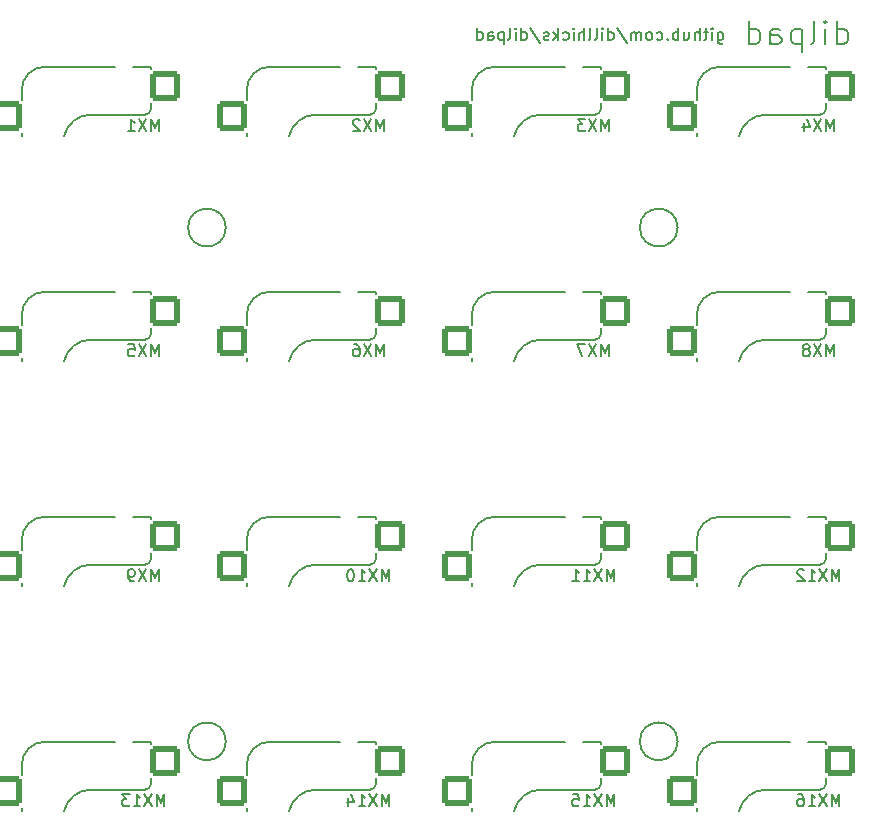
<source format=gbo>
G04 #@! TF.GenerationSoftware,KiCad,Pcbnew,7.0.10*
G04 #@! TF.CreationDate,2024-01-29T23:22:10-08:00*
G04 #@! TF.ProjectId,dilpad,64696c70-6164-42e6-9b69-6361645f7063,rev?*
G04 #@! TF.SameCoordinates,Original*
G04 #@! TF.FileFunction,Legend,Bot*
G04 #@! TF.FilePolarity,Positive*
%FSLAX46Y46*%
G04 Gerber Fmt 4.6, Leading zero omitted, Abs format (unit mm)*
G04 Created by KiCad (PCBNEW 7.0.10) date 2024-01-29 23:22:10*
%MOMM*%
%LPD*%
G01*
G04 APERTURE LIST*
G04 Aperture macros list*
%AMRoundRect*
0 Rectangle with rounded corners*
0 $1 Rounding radius*
0 $2 $3 $4 $5 $6 $7 $8 $9 X,Y pos of 4 corners*
0 Add a 4 corners polygon primitive as box body*
4,1,4,$2,$3,$4,$5,$6,$7,$8,$9,$2,$3,0*
0 Add four circle primitives for the rounded corners*
1,1,$1+$1,$2,$3*
1,1,$1+$1,$4,$5*
1,1,$1+$1,$6,$7*
1,1,$1+$1,$8,$9*
0 Add four rect primitives between the rounded corners*
20,1,$1+$1,$2,$3,$4,$5,0*
20,1,$1+$1,$4,$5,$6,$7,0*
20,1,$1+$1,$6,$7,$8,$9,0*
20,1,$1+$1,$8,$9,$2,$3,0*%
G04 Aperture macros list end*
%ADD10C,0.150000*%
%ADD11R,1.600000X1.600000*%
%ADD12O,1.600000X1.600000*%
%ADD13C,2.000000*%
%ADD14C,1.800000*%
%ADD15RoundRect,0.450000X-0.450000X-0.450000X0.450000X-0.450000X0.450000X0.450000X-0.450000X0.450000X0*%
%ADD16RoundRect,0.500000X-0.500000X0.500000X-0.500000X-0.500000X0.500000X-0.500000X0.500000X0.500000X0*%
%ADD17RoundRect,0.550000X-0.550000X1.150000X-0.550000X-1.150000X0.550000X-1.150000X0.550000X1.150000X0*%
%ADD18R,1.700000X1.700000*%
%ADD19O,1.700000X1.700000*%
%ADD20C,1.750000*%
%ADD21C,3.987800*%
%ADD22C,3.300000*%
%ADD23RoundRect,0.250000X1.025000X1.000000X-1.025000X1.000000X-1.025000X-1.000000X1.025000X-1.000000X0*%
G04 APERTURE END LIST*
D10*
X151850781Y-104500000D02*
G75*
G03*
X148649219Y-104500000I-1600781J0D01*
G01*
X148649219Y-104500000D02*
G75*
G03*
X151850781Y-104500000I1600781J0D01*
G01*
X151850781Y-148000000D02*
G75*
G03*
X148649219Y-148000000I-1600781J0D01*
G01*
X148649219Y-148000000D02*
G75*
G03*
X151850781Y-148000000I1600781J0D01*
G01*
X113600781Y-148000000D02*
G75*
G03*
X110399219Y-148000000I-1600781J0D01*
G01*
X110399219Y-148000000D02*
G75*
G03*
X113600781Y-148000000I1600781J0D01*
G01*
X113600781Y-104500000D02*
G75*
G03*
X110399219Y-104500000I-1600781J0D01*
G01*
X110399219Y-104500000D02*
G75*
G03*
X113600781Y-104500000I1600781J0D01*
G01*
X155234649Y-87953152D02*
X155234649Y-88762676D01*
X155234649Y-88762676D02*
X155282268Y-88857914D01*
X155282268Y-88857914D02*
X155329887Y-88905533D01*
X155329887Y-88905533D02*
X155425125Y-88953152D01*
X155425125Y-88953152D02*
X155567982Y-88953152D01*
X155567982Y-88953152D02*
X155663220Y-88905533D01*
X155234649Y-88572200D02*
X155329887Y-88619819D01*
X155329887Y-88619819D02*
X155520363Y-88619819D01*
X155520363Y-88619819D02*
X155615601Y-88572200D01*
X155615601Y-88572200D02*
X155663220Y-88524580D01*
X155663220Y-88524580D02*
X155710839Y-88429342D01*
X155710839Y-88429342D02*
X155710839Y-88143628D01*
X155710839Y-88143628D02*
X155663220Y-88048390D01*
X155663220Y-88048390D02*
X155615601Y-88000771D01*
X155615601Y-88000771D02*
X155520363Y-87953152D01*
X155520363Y-87953152D02*
X155329887Y-87953152D01*
X155329887Y-87953152D02*
X155234649Y-88000771D01*
X154758458Y-88619819D02*
X154758458Y-87953152D01*
X154758458Y-87619819D02*
X154806077Y-87667438D01*
X154806077Y-87667438D02*
X154758458Y-87715057D01*
X154758458Y-87715057D02*
X154710839Y-87667438D01*
X154710839Y-87667438D02*
X154758458Y-87619819D01*
X154758458Y-87619819D02*
X154758458Y-87715057D01*
X154425125Y-87953152D02*
X154044173Y-87953152D01*
X154282268Y-87619819D02*
X154282268Y-88476961D01*
X154282268Y-88476961D02*
X154234649Y-88572200D01*
X154234649Y-88572200D02*
X154139411Y-88619819D01*
X154139411Y-88619819D02*
X154044173Y-88619819D01*
X153710839Y-88619819D02*
X153710839Y-87619819D01*
X153282268Y-88619819D02*
X153282268Y-88096009D01*
X153282268Y-88096009D02*
X153329887Y-88000771D01*
X153329887Y-88000771D02*
X153425125Y-87953152D01*
X153425125Y-87953152D02*
X153567982Y-87953152D01*
X153567982Y-87953152D02*
X153663220Y-88000771D01*
X153663220Y-88000771D02*
X153710839Y-88048390D01*
X152377506Y-87953152D02*
X152377506Y-88619819D01*
X152806077Y-87953152D02*
X152806077Y-88476961D01*
X152806077Y-88476961D02*
X152758458Y-88572200D01*
X152758458Y-88572200D02*
X152663220Y-88619819D01*
X152663220Y-88619819D02*
X152520363Y-88619819D01*
X152520363Y-88619819D02*
X152425125Y-88572200D01*
X152425125Y-88572200D02*
X152377506Y-88524580D01*
X151901315Y-88619819D02*
X151901315Y-87619819D01*
X151901315Y-88000771D02*
X151806077Y-87953152D01*
X151806077Y-87953152D02*
X151615601Y-87953152D01*
X151615601Y-87953152D02*
X151520363Y-88000771D01*
X151520363Y-88000771D02*
X151472744Y-88048390D01*
X151472744Y-88048390D02*
X151425125Y-88143628D01*
X151425125Y-88143628D02*
X151425125Y-88429342D01*
X151425125Y-88429342D02*
X151472744Y-88524580D01*
X151472744Y-88524580D02*
X151520363Y-88572200D01*
X151520363Y-88572200D02*
X151615601Y-88619819D01*
X151615601Y-88619819D02*
X151806077Y-88619819D01*
X151806077Y-88619819D02*
X151901315Y-88572200D01*
X150996553Y-88524580D02*
X150948934Y-88572200D01*
X150948934Y-88572200D02*
X150996553Y-88619819D01*
X150996553Y-88619819D02*
X151044172Y-88572200D01*
X151044172Y-88572200D02*
X150996553Y-88524580D01*
X150996553Y-88524580D02*
X150996553Y-88619819D01*
X150091792Y-88572200D02*
X150187030Y-88619819D01*
X150187030Y-88619819D02*
X150377506Y-88619819D01*
X150377506Y-88619819D02*
X150472744Y-88572200D01*
X150472744Y-88572200D02*
X150520363Y-88524580D01*
X150520363Y-88524580D02*
X150567982Y-88429342D01*
X150567982Y-88429342D02*
X150567982Y-88143628D01*
X150567982Y-88143628D02*
X150520363Y-88048390D01*
X150520363Y-88048390D02*
X150472744Y-88000771D01*
X150472744Y-88000771D02*
X150377506Y-87953152D01*
X150377506Y-87953152D02*
X150187030Y-87953152D01*
X150187030Y-87953152D02*
X150091792Y-88000771D01*
X149520363Y-88619819D02*
X149615601Y-88572200D01*
X149615601Y-88572200D02*
X149663220Y-88524580D01*
X149663220Y-88524580D02*
X149710839Y-88429342D01*
X149710839Y-88429342D02*
X149710839Y-88143628D01*
X149710839Y-88143628D02*
X149663220Y-88048390D01*
X149663220Y-88048390D02*
X149615601Y-88000771D01*
X149615601Y-88000771D02*
X149520363Y-87953152D01*
X149520363Y-87953152D02*
X149377506Y-87953152D01*
X149377506Y-87953152D02*
X149282268Y-88000771D01*
X149282268Y-88000771D02*
X149234649Y-88048390D01*
X149234649Y-88048390D02*
X149187030Y-88143628D01*
X149187030Y-88143628D02*
X149187030Y-88429342D01*
X149187030Y-88429342D02*
X149234649Y-88524580D01*
X149234649Y-88524580D02*
X149282268Y-88572200D01*
X149282268Y-88572200D02*
X149377506Y-88619819D01*
X149377506Y-88619819D02*
X149520363Y-88619819D01*
X148758458Y-88619819D02*
X148758458Y-87953152D01*
X148758458Y-88048390D02*
X148710839Y-88000771D01*
X148710839Y-88000771D02*
X148615601Y-87953152D01*
X148615601Y-87953152D02*
X148472744Y-87953152D01*
X148472744Y-87953152D02*
X148377506Y-88000771D01*
X148377506Y-88000771D02*
X148329887Y-88096009D01*
X148329887Y-88096009D02*
X148329887Y-88619819D01*
X148329887Y-88096009D02*
X148282268Y-88000771D01*
X148282268Y-88000771D02*
X148187030Y-87953152D01*
X148187030Y-87953152D02*
X148044173Y-87953152D01*
X148044173Y-87953152D02*
X147948934Y-88000771D01*
X147948934Y-88000771D02*
X147901315Y-88096009D01*
X147901315Y-88096009D02*
X147901315Y-88619819D01*
X146710840Y-87572200D02*
X147567982Y-88857914D01*
X145948935Y-88619819D02*
X145948935Y-87619819D01*
X145948935Y-88572200D02*
X146044173Y-88619819D01*
X146044173Y-88619819D02*
X146234649Y-88619819D01*
X146234649Y-88619819D02*
X146329887Y-88572200D01*
X146329887Y-88572200D02*
X146377506Y-88524580D01*
X146377506Y-88524580D02*
X146425125Y-88429342D01*
X146425125Y-88429342D02*
X146425125Y-88143628D01*
X146425125Y-88143628D02*
X146377506Y-88048390D01*
X146377506Y-88048390D02*
X146329887Y-88000771D01*
X146329887Y-88000771D02*
X146234649Y-87953152D01*
X146234649Y-87953152D02*
X146044173Y-87953152D01*
X146044173Y-87953152D02*
X145948935Y-88000771D01*
X145472744Y-88619819D02*
X145472744Y-87953152D01*
X145472744Y-87619819D02*
X145520363Y-87667438D01*
X145520363Y-87667438D02*
X145472744Y-87715057D01*
X145472744Y-87715057D02*
X145425125Y-87667438D01*
X145425125Y-87667438D02*
X145472744Y-87619819D01*
X145472744Y-87619819D02*
X145472744Y-87715057D01*
X144853697Y-88619819D02*
X144948935Y-88572200D01*
X144948935Y-88572200D02*
X144996554Y-88476961D01*
X144996554Y-88476961D02*
X144996554Y-87619819D01*
X144329887Y-88619819D02*
X144425125Y-88572200D01*
X144425125Y-88572200D02*
X144472744Y-88476961D01*
X144472744Y-88476961D02*
X144472744Y-87619819D01*
X143948934Y-88619819D02*
X143948934Y-87619819D01*
X143520363Y-88619819D02*
X143520363Y-88096009D01*
X143520363Y-88096009D02*
X143567982Y-88000771D01*
X143567982Y-88000771D02*
X143663220Y-87953152D01*
X143663220Y-87953152D02*
X143806077Y-87953152D01*
X143806077Y-87953152D02*
X143901315Y-88000771D01*
X143901315Y-88000771D02*
X143948934Y-88048390D01*
X143044172Y-88619819D02*
X143044172Y-87953152D01*
X143044172Y-87619819D02*
X143091791Y-87667438D01*
X143091791Y-87667438D02*
X143044172Y-87715057D01*
X143044172Y-87715057D02*
X142996553Y-87667438D01*
X142996553Y-87667438D02*
X143044172Y-87619819D01*
X143044172Y-87619819D02*
X143044172Y-87715057D01*
X142139411Y-88572200D02*
X142234649Y-88619819D01*
X142234649Y-88619819D02*
X142425125Y-88619819D01*
X142425125Y-88619819D02*
X142520363Y-88572200D01*
X142520363Y-88572200D02*
X142567982Y-88524580D01*
X142567982Y-88524580D02*
X142615601Y-88429342D01*
X142615601Y-88429342D02*
X142615601Y-88143628D01*
X142615601Y-88143628D02*
X142567982Y-88048390D01*
X142567982Y-88048390D02*
X142520363Y-88000771D01*
X142520363Y-88000771D02*
X142425125Y-87953152D01*
X142425125Y-87953152D02*
X142234649Y-87953152D01*
X142234649Y-87953152D02*
X142139411Y-88000771D01*
X141710839Y-88619819D02*
X141710839Y-87619819D01*
X141615601Y-88238866D02*
X141329887Y-88619819D01*
X141329887Y-87953152D02*
X141710839Y-88334104D01*
X140948934Y-88572200D02*
X140853696Y-88619819D01*
X140853696Y-88619819D02*
X140663220Y-88619819D01*
X140663220Y-88619819D02*
X140567982Y-88572200D01*
X140567982Y-88572200D02*
X140520363Y-88476961D01*
X140520363Y-88476961D02*
X140520363Y-88429342D01*
X140520363Y-88429342D02*
X140567982Y-88334104D01*
X140567982Y-88334104D02*
X140663220Y-88286485D01*
X140663220Y-88286485D02*
X140806077Y-88286485D01*
X140806077Y-88286485D02*
X140901315Y-88238866D01*
X140901315Y-88238866D02*
X140948934Y-88143628D01*
X140948934Y-88143628D02*
X140948934Y-88096009D01*
X140948934Y-88096009D02*
X140901315Y-88000771D01*
X140901315Y-88000771D02*
X140806077Y-87953152D01*
X140806077Y-87953152D02*
X140663220Y-87953152D01*
X140663220Y-87953152D02*
X140567982Y-88000771D01*
X139377506Y-87572200D02*
X140234648Y-88857914D01*
X138615601Y-88619819D02*
X138615601Y-87619819D01*
X138615601Y-88572200D02*
X138710839Y-88619819D01*
X138710839Y-88619819D02*
X138901315Y-88619819D01*
X138901315Y-88619819D02*
X138996553Y-88572200D01*
X138996553Y-88572200D02*
X139044172Y-88524580D01*
X139044172Y-88524580D02*
X139091791Y-88429342D01*
X139091791Y-88429342D02*
X139091791Y-88143628D01*
X139091791Y-88143628D02*
X139044172Y-88048390D01*
X139044172Y-88048390D02*
X138996553Y-88000771D01*
X138996553Y-88000771D02*
X138901315Y-87953152D01*
X138901315Y-87953152D02*
X138710839Y-87953152D01*
X138710839Y-87953152D02*
X138615601Y-88000771D01*
X138139410Y-88619819D02*
X138139410Y-87953152D01*
X138139410Y-87619819D02*
X138187029Y-87667438D01*
X138187029Y-87667438D02*
X138139410Y-87715057D01*
X138139410Y-87715057D02*
X138091791Y-87667438D01*
X138091791Y-87667438D02*
X138139410Y-87619819D01*
X138139410Y-87619819D02*
X138139410Y-87715057D01*
X137520363Y-88619819D02*
X137615601Y-88572200D01*
X137615601Y-88572200D02*
X137663220Y-88476961D01*
X137663220Y-88476961D02*
X137663220Y-87619819D01*
X137139410Y-87953152D02*
X137139410Y-88953152D01*
X137139410Y-88000771D02*
X137044172Y-87953152D01*
X137044172Y-87953152D02*
X136853696Y-87953152D01*
X136853696Y-87953152D02*
X136758458Y-88000771D01*
X136758458Y-88000771D02*
X136710839Y-88048390D01*
X136710839Y-88048390D02*
X136663220Y-88143628D01*
X136663220Y-88143628D02*
X136663220Y-88429342D01*
X136663220Y-88429342D02*
X136710839Y-88524580D01*
X136710839Y-88524580D02*
X136758458Y-88572200D01*
X136758458Y-88572200D02*
X136853696Y-88619819D01*
X136853696Y-88619819D02*
X137044172Y-88619819D01*
X137044172Y-88619819D02*
X137139410Y-88572200D01*
X135806077Y-88619819D02*
X135806077Y-88096009D01*
X135806077Y-88096009D02*
X135853696Y-88000771D01*
X135853696Y-88000771D02*
X135948934Y-87953152D01*
X135948934Y-87953152D02*
X136139410Y-87953152D01*
X136139410Y-87953152D02*
X136234648Y-88000771D01*
X135806077Y-88572200D02*
X135901315Y-88619819D01*
X135901315Y-88619819D02*
X136139410Y-88619819D01*
X136139410Y-88619819D02*
X136234648Y-88572200D01*
X136234648Y-88572200D02*
X136282267Y-88476961D01*
X136282267Y-88476961D02*
X136282267Y-88381723D01*
X136282267Y-88381723D02*
X136234648Y-88286485D01*
X136234648Y-88286485D02*
X136139410Y-88238866D01*
X136139410Y-88238866D02*
X135901315Y-88238866D01*
X135901315Y-88238866D02*
X135806077Y-88191247D01*
X134901315Y-88619819D02*
X134901315Y-87619819D01*
X134901315Y-88572200D02*
X134996553Y-88619819D01*
X134996553Y-88619819D02*
X135187029Y-88619819D01*
X135187029Y-88619819D02*
X135282267Y-88572200D01*
X135282267Y-88572200D02*
X135329886Y-88524580D01*
X135329886Y-88524580D02*
X135377505Y-88429342D01*
X135377505Y-88429342D02*
X135377505Y-88143628D01*
X135377505Y-88143628D02*
X135329886Y-88048390D01*
X135329886Y-88048390D02*
X135282267Y-88000771D01*
X135282267Y-88000771D02*
X135187029Y-87953152D01*
X135187029Y-87953152D02*
X134996553Y-87953152D01*
X134996553Y-87953152D02*
X134901315Y-88000771D01*
X165317982Y-88997438D02*
X165317982Y-86997438D01*
X165317982Y-88902200D02*
X165508458Y-88997438D01*
X165508458Y-88997438D02*
X165889411Y-88997438D01*
X165889411Y-88997438D02*
X166079887Y-88902200D01*
X166079887Y-88902200D02*
X166175125Y-88806961D01*
X166175125Y-88806961D02*
X166270363Y-88616485D01*
X166270363Y-88616485D02*
X166270363Y-88045057D01*
X166270363Y-88045057D02*
X166175125Y-87854580D01*
X166175125Y-87854580D02*
X166079887Y-87759342D01*
X166079887Y-87759342D02*
X165889411Y-87664104D01*
X165889411Y-87664104D02*
X165508458Y-87664104D01*
X165508458Y-87664104D02*
X165317982Y-87759342D01*
X164365601Y-88997438D02*
X164365601Y-87664104D01*
X164365601Y-86997438D02*
X164460839Y-87092676D01*
X164460839Y-87092676D02*
X164365601Y-87187914D01*
X164365601Y-87187914D02*
X164270363Y-87092676D01*
X164270363Y-87092676D02*
X164365601Y-86997438D01*
X164365601Y-86997438D02*
X164365601Y-87187914D01*
X163127506Y-88997438D02*
X163317982Y-88902200D01*
X163317982Y-88902200D02*
X163413220Y-88711723D01*
X163413220Y-88711723D02*
X163413220Y-86997438D01*
X162365601Y-87664104D02*
X162365601Y-89664104D01*
X162365601Y-87759342D02*
X162175125Y-87664104D01*
X162175125Y-87664104D02*
X161794172Y-87664104D01*
X161794172Y-87664104D02*
X161603696Y-87759342D01*
X161603696Y-87759342D02*
X161508458Y-87854580D01*
X161508458Y-87854580D02*
X161413220Y-88045057D01*
X161413220Y-88045057D02*
X161413220Y-88616485D01*
X161413220Y-88616485D02*
X161508458Y-88806961D01*
X161508458Y-88806961D02*
X161603696Y-88902200D01*
X161603696Y-88902200D02*
X161794172Y-88997438D01*
X161794172Y-88997438D02*
X162175125Y-88997438D01*
X162175125Y-88997438D02*
X162365601Y-88902200D01*
X159698934Y-88997438D02*
X159698934Y-87949819D01*
X159698934Y-87949819D02*
X159794172Y-87759342D01*
X159794172Y-87759342D02*
X159984648Y-87664104D01*
X159984648Y-87664104D02*
X160365601Y-87664104D01*
X160365601Y-87664104D02*
X160556077Y-87759342D01*
X159698934Y-88902200D02*
X159889410Y-88997438D01*
X159889410Y-88997438D02*
X160365601Y-88997438D01*
X160365601Y-88997438D02*
X160556077Y-88902200D01*
X160556077Y-88902200D02*
X160651315Y-88711723D01*
X160651315Y-88711723D02*
X160651315Y-88521247D01*
X160651315Y-88521247D02*
X160556077Y-88330771D01*
X160556077Y-88330771D02*
X160365601Y-88235533D01*
X160365601Y-88235533D02*
X159889410Y-88235533D01*
X159889410Y-88235533D02*
X159698934Y-88140295D01*
X157889410Y-88997438D02*
X157889410Y-86997438D01*
X157889410Y-88902200D02*
X158079886Y-88997438D01*
X158079886Y-88997438D02*
X158460839Y-88997438D01*
X158460839Y-88997438D02*
X158651315Y-88902200D01*
X158651315Y-88902200D02*
X158746553Y-88806961D01*
X158746553Y-88806961D02*
X158841791Y-88616485D01*
X158841791Y-88616485D02*
X158841791Y-88045057D01*
X158841791Y-88045057D02*
X158746553Y-87854580D01*
X158746553Y-87854580D02*
X158651315Y-87759342D01*
X158651315Y-87759342D02*
X158460839Y-87664104D01*
X158460839Y-87664104D02*
X158079886Y-87664104D01*
X158079886Y-87664104D02*
X157889410Y-87759342D01*
X126979463Y-96336069D02*
X126979463Y-95336069D01*
X126979463Y-95336069D02*
X126646130Y-96050354D01*
X126646130Y-96050354D02*
X126312797Y-95336069D01*
X126312797Y-95336069D02*
X126312797Y-96336069D01*
X125931844Y-95336069D02*
X125265178Y-96336069D01*
X125265178Y-95336069D02*
X125931844Y-96336069D01*
X124931844Y-95431307D02*
X124884225Y-95383688D01*
X124884225Y-95383688D02*
X124788987Y-95336069D01*
X124788987Y-95336069D02*
X124550892Y-95336069D01*
X124550892Y-95336069D02*
X124455654Y-95383688D01*
X124455654Y-95383688D02*
X124408035Y-95431307D01*
X124408035Y-95431307D02*
X124360416Y-95526545D01*
X124360416Y-95526545D02*
X124360416Y-95621783D01*
X124360416Y-95621783D02*
X124408035Y-95764640D01*
X124408035Y-95764640D02*
X124979463Y-96336069D01*
X124979463Y-96336069D02*
X124360416Y-96336069D01*
X165555654Y-153486069D02*
X165555654Y-152486069D01*
X165555654Y-152486069D02*
X165222321Y-153200354D01*
X165222321Y-153200354D02*
X164888988Y-152486069D01*
X164888988Y-152486069D02*
X164888988Y-153486069D01*
X164508035Y-152486069D02*
X163841369Y-153486069D01*
X163841369Y-152486069D02*
X164508035Y-153486069D01*
X162936607Y-153486069D02*
X163508035Y-153486069D01*
X163222321Y-153486069D02*
X163222321Y-152486069D01*
X163222321Y-152486069D02*
X163317559Y-152628926D01*
X163317559Y-152628926D02*
X163412797Y-152724164D01*
X163412797Y-152724164D02*
X163508035Y-152771783D01*
X162079464Y-152486069D02*
X162269940Y-152486069D01*
X162269940Y-152486069D02*
X162365178Y-152533688D01*
X162365178Y-152533688D02*
X162412797Y-152581307D01*
X162412797Y-152581307D02*
X162508035Y-152724164D01*
X162508035Y-152724164D02*
X162555654Y-152914640D01*
X162555654Y-152914640D02*
X162555654Y-153295592D01*
X162555654Y-153295592D02*
X162508035Y-153390830D01*
X162508035Y-153390830D02*
X162460416Y-153438450D01*
X162460416Y-153438450D02*
X162365178Y-153486069D01*
X162365178Y-153486069D02*
X162174702Y-153486069D01*
X162174702Y-153486069D02*
X162079464Y-153438450D01*
X162079464Y-153438450D02*
X162031845Y-153390830D01*
X162031845Y-153390830D02*
X161984226Y-153295592D01*
X161984226Y-153295592D02*
X161984226Y-153057497D01*
X161984226Y-153057497D02*
X162031845Y-152962259D01*
X162031845Y-152962259D02*
X162079464Y-152914640D01*
X162079464Y-152914640D02*
X162174702Y-152867021D01*
X162174702Y-152867021D02*
X162365178Y-152867021D01*
X162365178Y-152867021D02*
X162460416Y-152914640D01*
X162460416Y-152914640D02*
X162508035Y-152962259D01*
X162508035Y-152962259D02*
X162555654Y-153057497D01*
X107929463Y-134436069D02*
X107929463Y-133436069D01*
X107929463Y-133436069D02*
X107596130Y-134150354D01*
X107596130Y-134150354D02*
X107262797Y-133436069D01*
X107262797Y-133436069D02*
X107262797Y-134436069D01*
X106881844Y-133436069D02*
X106215178Y-134436069D01*
X106215178Y-133436069D02*
X106881844Y-134436069D01*
X105786606Y-134436069D02*
X105596130Y-134436069D01*
X105596130Y-134436069D02*
X105500892Y-134388450D01*
X105500892Y-134388450D02*
X105453273Y-134340830D01*
X105453273Y-134340830D02*
X105358035Y-134197973D01*
X105358035Y-134197973D02*
X105310416Y-134007497D01*
X105310416Y-134007497D02*
X105310416Y-133626545D01*
X105310416Y-133626545D02*
X105358035Y-133531307D01*
X105358035Y-133531307D02*
X105405654Y-133483688D01*
X105405654Y-133483688D02*
X105500892Y-133436069D01*
X105500892Y-133436069D02*
X105691368Y-133436069D01*
X105691368Y-133436069D02*
X105786606Y-133483688D01*
X105786606Y-133483688D02*
X105834225Y-133531307D01*
X105834225Y-133531307D02*
X105881844Y-133626545D01*
X105881844Y-133626545D02*
X105881844Y-133864640D01*
X105881844Y-133864640D02*
X105834225Y-133959878D01*
X105834225Y-133959878D02*
X105786606Y-134007497D01*
X105786606Y-134007497D02*
X105691368Y-134055116D01*
X105691368Y-134055116D02*
X105500892Y-134055116D01*
X105500892Y-134055116D02*
X105405654Y-134007497D01*
X105405654Y-134007497D02*
X105358035Y-133959878D01*
X105358035Y-133959878D02*
X105310416Y-133864640D01*
X107929463Y-115386069D02*
X107929463Y-114386069D01*
X107929463Y-114386069D02*
X107596130Y-115100354D01*
X107596130Y-115100354D02*
X107262797Y-114386069D01*
X107262797Y-114386069D02*
X107262797Y-115386069D01*
X106881844Y-114386069D02*
X106215178Y-115386069D01*
X106215178Y-114386069D02*
X106881844Y-115386069D01*
X105358035Y-114386069D02*
X105834225Y-114386069D01*
X105834225Y-114386069D02*
X105881844Y-114862259D01*
X105881844Y-114862259D02*
X105834225Y-114814640D01*
X105834225Y-114814640D02*
X105738987Y-114767021D01*
X105738987Y-114767021D02*
X105500892Y-114767021D01*
X105500892Y-114767021D02*
X105405654Y-114814640D01*
X105405654Y-114814640D02*
X105358035Y-114862259D01*
X105358035Y-114862259D02*
X105310416Y-114957497D01*
X105310416Y-114957497D02*
X105310416Y-115195592D01*
X105310416Y-115195592D02*
X105358035Y-115290830D01*
X105358035Y-115290830D02*
X105405654Y-115338450D01*
X105405654Y-115338450D02*
X105500892Y-115386069D01*
X105500892Y-115386069D02*
X105738987Y-115386069D01*
X105738987Y-115386069D02*
X105834225Y-115338450D01*
X105834225Y-115338450D02*
X105881844Y-115290830D01*
X108405654Y-153486069D02*
X108405654Y-152486069D01*
X108405654Y-152486069D02*
X108072321Y-153200354D01*
X108072321Y-153200354D02*
X107738988Y-152486069D01*
X107738988Y-152486069D02*
X107738988Y-153486069D01*
X107358035Y-152486069D02*
X106691369Y-153486069D01*
X106691369Y-152486069D02*
X107358035Y-153486069D01*
X105786607Y-153486069D02*
X106358035Y-153486069D01*
X106072321Y-153486069D02*
X106072321Y-152486069D01*
X106072321Y-152486069D02*
X106167559Y-152628926D01*
X106167559Y-152628926D02*
X106262797Y-152724164D01*
X106262797Y-152724164D02*
X106358035Y-152771783D01*
X105453273Y-152486069D02*
X104834226Y-152486069D01*
X104834226Y-152486069D02*
X105167559Y-152867021D01*
X105167559Y-152867021D02*
X105024702Y-152867021D01*
X105024702Y-152867021D02*
X104929464Y-152914640D01*
X104929464Y-152914640D02*
X104881845Y-152962259D01*
X104881845Y-152962259D02*
X104834226Y-153057497D01*
X104834226Y-153057497D02*
X104834226Y-153295592D01*
X104834226Y-153295592D02*
X104881845Y-153390830D01*
X104881845Y-153390830D02*
X104929464Y-153438450D01*
X104929464Y-153438450D02*
X105024702Y-153486069D01*
X105024702Y-153486069D02*
X105310416Y-153486069D01*
X105310416Y-153486069D02*
X105405654Y-153438450D01*
X105405654Y-153438450D02*
X105453273Y-153390830D01*
X127455654Y-153486069D02*
X127455654Y-152486069D01*
X127455654Y-152486069D02*
X127122321Y-153200354D01*
X127122321Y-153200354D02*
X126788988Y-152486069D01*
X126788988Y-152486069D02*
X126788988Y-153486069D01*
X126408035Y-152486069D02*
X125741369Y-153486069D01*
X125741369Y-152486069D02*
X126408035Y-153486069D01*
X124836607Y-153486069D02*
X125408035Y-153486069D01*
X125122321Y-153486069D02*
X125122321Y-152486069D01*
X125122321Y-152486069D02*
X125217559Y-152628926D01*
X125217559Y-152628926D02*
X125312797Y-152724164D01*
X125312797Y-152724164D02*
X125408035Y-152771783D01*
X123979464Y-152819402D02*
X123979464Y-153486069D01*
X124217559Y-152438450D02*
X124455654Y-153152735D01*
X124455654Y-153152735D02*
X123836607Y-153152735D01*
X146029463Y-96336069D02*
X146029463Y-95336069D01*
X146029463Y-95336069D02*
X145696130Y-96050354D01*
X145696130Y-96050354D02*
X145362797Y-95336069D01*
X145362797Y-95336069D02*
X145362797Y-96336069D01*
X144981844Y-95336069D02*
X144315178Y-96336069D01*
X144315178Y-95336069D02*
X144981844Y-96336069D01*
X144029463Y-95336069D02*
X143410416Y-95336069D01*
X143410416Y-95336069D02*
X143743749Y-95717021D01*
X143743749Y-95717021D02*
X143600892Y-95717021D01*
X143600892Y-95717021D02*
X143505654Y-95764640D01*
X143505654Y-95764640D02*
X143458035Y-95812259D01*
X143458035Y-95812259D02*
X143410416Y-95907497D01*
X143410416Y-95907497D02*
X143410416Y-96145592D01*
X143410416Y-96145592D02*
X143458035Y-96240830D01*
X143458035Y-96240830D02*
X143505654Y-96288450D01*
X143505654Y-96288450D02*
X143600892Y-96336069D01*
X143600892Y-96336069D02*
X143886606Y-96336069D01*
X143886606Y-96336069D02*
X143981844Y-96288450D01*
X143981844Y-96288450D02*
X144029463Y-96240830D01*
X146029463Y-115386069D02*
X146029463Y-114386069D01*
X146029463Y-114386069D02*
X145696130Y-115100354D01*
X145696130Y-115100354D02*
X145362797Y-114386069D01*
X145362797Y-114386069D02*
X145362797Y-115386069D01*
X144981844Y-114386069D02*
X144315178Y-115386069D01*
X144315178Y-114386069D02*
X144981844Y-115386069D01*
X144029463Y-114386069D02*
X143362797Y-114386069D01*
X143362797Y-114386069D02*
X143791368Y-115386069D01*
X127455654Y-134436069D02*
X127455654Y-133436069D01*
X127455654Y-133436069D02*
X127122321Y-134150354D01*
X127122321Y-134150354D02*
X126788988Y-133436069D01*
X126788988Y-133436069D02*
X126788988Y-134436069D01*
X126408035Y-133436069D02*
X125741369Y-134436069D01*
X125741369Y-133436069D02*
X126408035Y-134436069D01*
X124836607Y-134436069D02*
X125408035Y-134436069D01*
X125122321Y-134436069D02*
X125122321Y-133436069D01*
X125122321Y-133436069D02*
X125217559Y-133578926D01*
X125217559Y-133578926D02*
X125312797Y-133674164D01*
X125312797Y-133674164D02*
X125408035Y-133721783D01*
X124217559Y-133436069D02*
X124122321Y-133436069D01*
X124122321Y-133436069D02*
X124027083Y-133483688D01*
X124027083Y-133483688D02*
X123979464Y-133531307D01*
X123979464Y-133531307D02*
X123931845Y-133626545D01*
X123931845Y-133626545D02*
X123884226Y-133817021D01*
X123884226Y-133817021D02*
X123884226Y-134055116D01*
X123884226Y-134055116D02*
X123931845Y-134245592D01*
X123931845Y-134245592D02*
X123979464Y-134340830D01*
X123979464Y-134340830D02*
X124027083Y-134388450D01*
X124027083Y-134388450D02*
X124122321Y-134436069D01*
X124122321Y-134436069D02*
X124217559Y-134436069D01*
X124217559Y-134436069D02*
X124312797Y-134388450D01*
X124312797Y-134388450D02*
X124360416Y-134340830D01*
X124360416Y-134340830D02*
X124408035Y-134245592D01*
X124408035Y-134245592D02*
X124455654Y-134055116D01*
X124455654Y-134055116D02*
X124455654Y-133817021D01*
X124455654Y-133817021D02*
X124408035Y-133626545D01*
X124408035Y-133626545D02*
X124360416Y-133531307D01*
X124360416Y-133531307D02*
X124312797Y-133483688D01*
X124312797Y-133483688D02*
X124217559Y-133436069D01*
X146505654Y-153486069D02*
X146505654Y-152486069D01*
X146505654Y-152486069D02*
X146172321Y-153200354D01*
X146172321Y-153200354D02*
X145838988Y-152486069D01*
X145838988Y-152486069D02*
X145838988Y-153486069D01*
X145458035Y-152486069D02*
X144791369Y-153486069D01*
X144791369Y-152486069D02*
X145458035Y-153486069D01*
X143886607Y-153486069D02*
X144458035Y-153486069D01*
X144172321Y-153486069D02*
X144172321Y-152486069D01*
X144172321Y-152486069D02*
X144267559Y-152628926D01*
X144267559Y-152628926D02*
X144362797Y-152724164D01*
X144362797Y-152724164D02*
X144458035Y-152771783D01*
X142981845Y-152486069D02*
X143458035Y-152486069D01*
X143458035Y-152486069D02*
X143505654Y-152962259D01*
X143505654Y-152962259D02*
X143458035Y-152914640D01*
X143458035Y-152914640D02*
X143362797Y-152867021D01*
X143362797Y-152867021D02*
X143124702Y-152867021D01*
X143124702Y-152867021D02*
X143029464Y-152914640D01*
X143029464Y-152914640D02*
X142981845Y-152962259D01*
X142981845Y-152962259D02*
X142934226Y-153057497D01*
X142934226Y-153057497D02*
X142934226Y-153295592D01*
X142934226Y-153295592D02*
X142981845Y-153390830D01*
X142981845Y-153390830D02*
X143029464Y-153438450D01*
X143029464Y-153438450D02*
X143124702Y-153486069D01*
X143124702Y-153486069D02*
X143362797Y-153486069D01*
X143362797Y-153486069D02*
X143458035Y-153438450D01*
X143458035Y-153438450D02*
X143505654Y-153390830D01*
X107929463Y-96336069D02*
X107929463Y-95336069D01*
X107929463Y-95336069D02*
X107596130Y-96050354D01*
X107596130Y-96050354D02*
X107262797Y-95336069D01*
X107262797Y-95336069D02*
X107262797Y-96336069D01*
X106881844Y-95336069D02*
X106215178Y-96336069D01*
X106215178Y-95336069D02*
X106881844Y-96336069D01*
X105310416Y-96336069D02*
X105881844Y-96336069D01*
X105596130Y-96336069D02*
X105596130Y-95336069D01*
X105596130Y-95336069D02*
X105691368Y-95478926D01*
X105691368Y-95478926D02*
X105786606Y-95574164D01*
X105786606Y-95574164D02*
X105881844Y-95621783D01*
X165079463Y-115386069D02*
X165079463Y-114386069D01*
X165079463Y-114386069D02*
X164746130Y-115100354D01*
X164746130Y-115100354D02*
X164412797Y-114386069D01*
X164412797Y-114386069D02*
X164412797Y-115386069D01*
X164031844Y-114386069D02*
X163365178Y-115386069D01*
X163365178Y-114386069D02*
X164031844Y-115386069D01*
X162841368Y-114814640D02*
X162936606Y-114767021D01*
X162936606Y-114767021D02*
X162984225Y-114719402D01*
X162984225Y-114719402D02*
X163031844Y-114624164D01*
X163031844Y-114624164D02*
X163031844Y-114576545D01*
X163031844Y-114576545D02*
X162984225Y-114481307D01*
X162984225Y-114481307D02*
X162936606Y-114433688D01*
X162936606Y-114433688D02*
X162841368Y-114386069D01*
X162841368Y-114386069D02*
X162650892Y-114386069D01*
X162650892Y-114386069D02*
X162555654Y-114433688D01*
X162555654Y-114433688D02*
X162508035Y-114481307D01*
X162508035Y-114481307D02*
X162460416Y-114576545D01*
X162460416Y-114576545D02*
X162460416Y-114624164D01*
X162460416Y-114624164D02*
X162508035Y-114719402D01*
X162508035Y-114719402D02*
X162555654Y-114767021D01*
X162555654Y-114767021D02*
X162650892Y-114814640D01*
X162650892Y-114814640D02*
X162841368Y-114814640D01*
X162841368Y-114814640D02*
X162936606Y-114862259D01*
X162936606Y-114862259D02*
X162984225Y-114909878D01*
X162984225Y-114909878D02*
X163031844Y-115005116D01*
X163031844Y-115005116D02*
X163031844Y-115195592D01*
X163031844Y-115195592D02*
X162984225Y-115290830D01*
X162984225Y-115290830D02*
X162936606Y-115338450D01*
X162936606Y-115338450D02*
X162841368Y-115386069D01*
X162841368Y-115386069D02*
X162650892Y-115386069D01*
X162650892Y-115386069D02*
X162555654Y-115338450D01*
X162555654Y-115338450D02*
X162508035Y-115290830D01*
X162508035Y-115290830D02*
X162460416Y-115195592D01*
X162460416Y-115195592D02*
X162460416Y-115005116D01*
X162460416Y-115005116D02*
X162508035Y-114909878D01*
X162508035Y-114909878D02*
X162555654Y-114862259D01*
X162555654Y-114862259D02*
X162650892Y-114814640D01*
X165555654Y-134436069D02*
X165555654Y-133436069D01*
X165555654Y-133436069D02*
X165222321Y-134150354D01*
X165222321Y-134150354D02*
X164888988Y-133436069D01*
X164888988Y-133436069D02*
X164888988Y-134436069D01*
X164508035Y-133436069D02*
X163841369Y-134436069D01*
X163841369Y-133436069D02*
X164508035Y-134436069D01*
X162936607Y-134436069D02*
X163508035Y-134436069D01*
X163222321Y-134436069D02*
X163222321Y-133436069D01*
X163222321Y-133436069D02*
X163317559Y-133578926D01*
X163317559Y-133578926D02*
X163412797Y-133674164D01*
X163412797Y-133674164D02*
X163508035Y-133721783D01*
X162555654Y-133531307D02*
X162508035Y-133483688D01*
X162508035Y-133483688D02*
X162412797Y-133436069D01*
X162412797Y-133436069D02*
X162174702Y-133436069D01*
X162174702Y-133436069D02*
X162079464Y-133483688D01*
X162079464Y-133483688D02*
X162031845Y-133531307D01*
X162031845Y-133531307D02*
X161984226Y-133626545D01*
X161984226Y-133626545D02*
X161984226Y-133721783D01*
X161984226Y-133721783D02*
X162031845Y-133864640D01*
X162031845Y-133864640D02*
X162603273Y-134436069D01*
X162603273Y-134436069D02*
X161984226Y-134436069D01*
X126979463Y-115386069D02*
X126979463Y-114386069D01*
X126979463Y-114386069D02*
X126646130Y-115100354D01*
X126646130Y-115100354D02*
X126312797Y-114386069D01*
X126312797Y-114386069D02*
X126312797Y-115386069D01*
X125931844Y-114386069D02*
X125265178Y-115386069D01*
X125265178Y-114386069D02*
X125931844Y-115386069D01*
X124455654Y-114386069D02*
X124646130Y-114386069D01*
X124646130Y-114386069D02*
X124741368Y-114433688D01*
X124741368Y-114433688D02*
X124788987Y-114481307D01*
X124788987Y-114481307D02*
X124884225Y-114624164D01*
X124884225Y-114624164D02*
X124931844Y-114814640D01*
X124931844Y-114814640D02*
X124931844Y-115195592D01*
X124931844Y-115195592D02*
X124884225Y-115290830D01*
X124884225Y-115290830D02*
X124836606Y-115338450D01*
X124836606Y-115338450D02*
X124741368Y-115386069D01*
X124741368Y-115386069D02*
X124550892Y-115386069D01*
X124550892Y-115386069D02*
X124455654Y-115338450D01*
X124455654Y-115338450D02*
X124408035Y-115290830D01*
X124408035Y-115290830D02*
X124360416Y-115195592D01*
X124360416Y-115195592D02*
X124360416Y-114957497D01*
X124360416Y-114957497D02*
X124408035Y-114862259D01*
X124408035Y-114862259D02*
X124455654Y-114814640D01*
X124455654Y-114814640D02*
X124550892Y-114767021D01*
X124550892Y-114767021D02*
X124741368Y-114767021D01*
X124741368Y-114767021D02*
X124836606Y-114814640D01*
X124836606Y-114814640D02*
X124884225Y-114862259D01*
X124884225Y-114862259D02*
X124931844Y-114957497D01*
X146505654Y-134436069D02*
X146505654Y-133436069D01*
X146505654Y-133436069D02*
X146172321Y-134150354D01*
X146172321Y-134150354D02*
X145838988Y-133436069D01*
X145838988Y-133436069D02*
X145838988Y-134436069D01*
X145458035Y-133436069D02*
X144791369Y-134436069D01*
X144791369Y-133436069D02*
X145458035Y-134436069D01*
X143886607Y-134436069D02*
X144458035Y-134436069D01*
X144172321Y-134436069D02*
X144172321Y-133436069D01*
X144172321Y-133436069D02*
X144267559Y-133578926D01*
X144267559Y-133578926D02*
X144362797Y-133674164D01*
X144362797Y-133674164D02*
X144458035Y-133721783D01*
X142934226Y-134436069D02*
X143505654Y-134436069D01*
X143219940Y-134436069D02*
X143219940Y-133436069D01*
X143219940Y-133436069D02*
X143315178Y-133578926D01*
X143315178Y-133578926D02*
X143410416Y-133674164D01*
X143410416Y-133674164D02*
X143505654Y-133721783D01*
X165079463Y-96336069D02*
X165079463Y-95336069D01*
X165079463Y-95336069D02*
X164746130Y-96050354D01*
X164746130Y-96050354D02*
X164412797Y-95336069D01*
X164412797Y-95336069D02*
X164412797Y-96336069D01*
X164031844Y-95336069D02*
X163365178Y-96336069D01*
X163365178Y-95336069D02*
X164031844Y-96336069D01*
X162555654Y-95669402D02*
X162555654Y-96336069D01*
X162793749Y-95288450D02*
X163031844Y-96002735D01*
X163031844Y-96002735D02*
X162412797Y-96002735D01*
X126308574Y-93961030D02*
X126308574Y-94431030D01*
X126308574Y-90881030D02*
X126308574Y-91111030D01*
X125808574Y-94931030D02*
X121243750Y-94931030D01*
X124758574Y-90881030D02*
X126308574Y-90881030D01*
X117358574Y-90881030D02*
X123258574Y-90881030D01*
X115358574Y-96531030D02*
X115358574Y-96771030D01*
X115358574Y-93681030D02*
X115358574Y-92881030D01*
X125808574Y-94931030D02*
G75*
G03*
X126308574Y-94431030I-1J500001D01*
G01*
X121243750Y-94931031D02*
G75*
G03*
X118949429Y-96771030I-866J-2349331D01*
G01*
X117358574Y-90881030D02*
G75*
G03*
X115358574Y-92881030I4J-2000004D01*
G01*
X164408574Y-151111030D02*
X164408574Y-151581030D01*
X164408574Y-148031030D02*
X164408574Y-148261030D01*
X163908574Y-152081030D02*
X159343750Y-152081030D01*
X162858574Y-148031030D02*
X164408574Y-148031030D01*
X155458574Y-148031030D02*
X161358574Y-148031030D01*
X153458574Y-153681030D02*
X153458574Y-153921030D01*
X153458574Y-150831030D02*
X153458574Y-150031030D01*
X163908574Y-152081030D02*
G75*
G03*
X164408574Y-151581030I-1J500001D01*
G01*
X159343750Y-152081031D02*
G75*
G03*
X157049429Y-153921030I-866J-2349331D01*
G01*
X155458574Y-148031030D02*
G75*
G03*
X153458574Y-150031030I4J-2000004D01*
G01*
X107258574Y-132061030D02*
X107258574Y-132531030D01*
X107258574Y-128981030D02*
X107258574Y-129211030D01*
X106758574Y-133031030D02*
X102193750Y-133031030D01*
X105708574Y-128981030D02*
X107258574Y-128981030D01*
X98308574Y-128981030D02*
X104208574Y-128981030D01*
X96308574Y-134631030D02*
X96308574Y-134871030D01*
X96308574Y-131781030D02*
X96308574Y-130981030D01*
X106758574Y-133031030D02*
G75*
G03*
X107258574Y-132531030I-1J500001D01*
G01*
X102193750Y-133031031D02*
G75*
G03*
X99899429Y-134871030I-866J-2349331D01*
G01*
X98308574Y-128981030D02*
G75*
G03*
X96308574Y-130981030I4J-2000004D01*
G01*
X107258574Y-113011030D02*
X107258574Y-113481030D01*
X107258574Y-109931030D02*
X107258574Y-110161030D01*
X106758574Y-113981030D02*
X102193750Y-113981030D01*
X105708574Y-109931030D02*
X107258574Y-109931030D01*
X98308574Y-109931030D02*
X104208574Y-109931030D01*
X96308574Y-115581030D02*
X96308574Y-115821030D01*
X96308574Y-112731030D02*
X96308574Y-111931030D01*
X106758574Y-113981030D02*
G75*
G03*
X107258574Y-113481030I-1J500001D01*
G01*
X102193750Y-113981031D02*
G75*
G03*
X99899429Y-115821030I-866J-2349331D01*
G01*
X98308574Y-109931030D02*
G75*
G03*
X96308574Y-111931030I4J-2000004D01*
G01*
X107258574Y-151111030D02*
X107258574Y-151581030D01*
X107258574Y-148031030D02*
X107258574Y-148261030D01*
X106758574Y-152081030D02*
X102193750Y-152081030D01*
X105708574Y-148031030D02*
X107258574Y-148031030D01*
X98308574Y-148031030D02*
X104208574Y-148031030D01*
X96308574Y-153681030D02*
X96308574Y-153921030D01*
X96308574Y-150831030D02*
X96308574Y-150031030D01*
X106758574Y-152081030D02*
G75*
G03*
X107258574Y-151581030I-1J500001D01*
G01*
X102193750Y-152081031D02*
G75*
G03*
X99899429Y-153921030I-866J-2349331D01*
G01*
X98308574Y-148031030D02*
G75*
G03*
X96308574Y-150031030I4J-2000004D01*
G01*
X126308574Y-151111030D02*
X126308574Y-151581030D01*
X126308574Y-148031030D02*
X126308574Y-148261030D01*
X125808574Y-152081030D02*
X121243750Y-152081030D01*
X124758574Y-148031030D02*
X126308574Y-148031030D01*
X117358574Y-148031030D02*
X123258574Y-148031030D01*
X115358574Y-153681030D02*
X115358574Y-153921030D01*
X115358574Y-150831030D02*
X115358574Y-150031030D01*
X125808574Y-152081030D02*
G75*
G03*
X126308574Y-151581030I-1J500001D01*
G01*
X121243750Y-152081031D02*
G75*
G03*
X118949429Y-153921030I-866J-2349331D01*
G01*
X117358574Y-148031030D02*
G75*
G03*
X115358574Y-150031030I4J-2000004D01*
G01*
X145358574Y-93961030D02*
X145358574Y-94431030D01*
X145358574Y-90881030D02*
X145358574Y-91111030D01*
X144858574Y-94931030D02*
X140293750Y-94931030D01*
X143808574Y-90881030D02*
X145358574Y-90881030D01*
X136408574Y-90881030D02*
X142308574Y-90881030D01*
X134408574Y-96531030D02*
X134408574Y-96771030D01*
X134408574Y-93681030D02*
X134408574Y-92881030D01*
X144858574Y-94931030D02*
G75*
G03*
X145358574Y-94431030I-1J500001D01*
G01*
X140293750Y-94931031D02*
G75*
G03*
X137999429Y-96771030I-866J-2349331D01*
G01*
X136408574Y-90881030D02*
G75*
G03*
X134408574Y-92881030I4J-2000004D01*
G01*
X145358574Y-113011030D02*
X145358574Y-113481030D01*
X145358574Y-109931030D02*
X145358574Y-110161030D01*
X144858574Y-113981030D02*
X140293750Y-113981030D01*
X143808574Y-109931030D02*
X145358574Y-109931030D01*
X136408574Y-109931030D02*
X142308574Y-109931030D01*
X134408574Y-115581030D02*
X134408574Y-115821030D01*
X134408574Y-112731030D02*
X134408574Y-111931030D01*
X144858574Y-113981030D02*
G75*
G03*
X145358574Y-113481030I-1J500001D01*
G01*
X140293750Y-113981031D02*
G75*
G03*
X137999429Y-115821030I-866J-2349331D01*
G01*
X136408574Y-109931030D02*
G75*
G03*
X134408574Y-111931030I4J-2000004D01*
G01*
X126308574Y-132061030D02*
X126308574Y-132531030D01*
X126308574Y-128981030D02*
X126308574Y-129211030D01*
X125808574Y-133031030D02*
X121243750Y-133031030D01*
X124758574Y-128981030D02*
X126308574Y-128981030D01*
X117358574Y-128981030D02*
X123258574Y-128981030D01*
X115358574Y-134631030D02*
X115358574Y-134871030D01*
X115358574Y-131781030D02*
X115358574Y-130981030D01*
X125808574Y-133031030D02*
G75*
G03*
X126308574Y-132531030I-1J500001D01*
G01*
X121243750Y-133031031D02*
G75*
G03*
X118949429Y-134871030I-866J-2349331D01*
G01*
X117358574Y-128981030D02*
G75*
G03*
X115358574Y-130981030I4J-2000004D01*
G01*
X145358574Y-151111030D02*
X145358574Y-151581030D01*
X145358574Y-148031030D02*
X145358574Y-148261030D01*
X144858574Y-152081030D02*
X140293750Y-152081030D01*
X143808574Y-148031030D02*
X145358574Y-148031030D01*
X136408574Y-148031030D02*
X142308574Y-148031030D01*
X134408574Y-153681030D02*
X134408574Y-153921030D01*
X134408574Y-150831030D02*
X134408574Y-150031030D01*
X144858574Y-152081030D02*
G75*
G03*
X145358574Y-151581030I-1J500001D01*
G01*
X140293750Y-152081031D02*
G75*
G03*
X137999429Y-153921030I-866J-2349331D01*
G01*
X136408574Y-148031030D02*
G75*
G03*
X134408574Y-150031030I4J-2000004D01*
G01*
X107258574Y-93961030D02*
X107258574Y-94431030D01*
X107258574Y-90881030D02*
X107258574Y-91111030D01*
X106758574Y-94931030D02*
X102193750Y-94931030D01*
X105708574Y-90881030D02*
X107258574Y-90881030D01*
X98308574Y-90881030D02*
X104208574Y-90881030D01*
X96308574Y-96531030D02*
X96308574Y-96771030D01*
X96308574Y-93681030D02*
X96308574Y-92881030D01*
X106758574Y-94931030D02*
G75*
G03*
X107258574Y-94431030I-1J500001D01*
G01*
X102193750Y-94931031D02*
G75*
G03*
X99899429Y-96771030I-866J-2349331D01*
G01*
X98308574Y-90881030D02*
G75*
G03*
X96308574Y-92881030I4J-2000004D01*
G01*
X164408574Y-113011030D02*
X164408574Y-113481030D01*
X164408574Y-109931030D02*
X164408574Y-110161030D01*
X163908574Y-113981030D02*
X159343750Y-113981030D01*
X162858574Y-109931030D02*
X164408574Y-109931030D01*
X155458574Y-109931030D02*
X161358574Y-109931030D01*
X153458574Y-115581030D02*
X153458574Y-115821030D01*
X153458574Y-112731030D02*
X153458574Y-111931030D01*
X163908574Y-113981030D02*
G75*
G03*
X164408574Y-113481030I-1J500001D01*
G01*
X159343750Y-113981031D02*
G75*
G03*
X157049429Y-115821030I-866J-2349331D01*
G01*
X155458574Y-109931030D02*
G75*
G03*
X153458574Y-111931030I4J-2000004D01*
G01*
X164408574Y-132061030D02*
X164408574Y-132531030D01*
X164408574Y-128981030D02*
X164408574Y-129211030D01*
X163908574Y-133031030D02*
X159343750Y-133031030D01*
X162858574Y-128981030D02*
X164408574Y-128981030D01*
X155458574Y-128981030D02*
X161358574Y-128981030D01*
X153458574Y-134631030D02*
X153458574Y-134871030D01*
X153458574Y-131781030D02*
X153458574Y-130981030D01*
X163908574Y-133031030D02*
G75*
G03*
X164408574Y-132531030I-1J500001D01*
G01*
X159343750Y-133031031D02*
G75*
G03*
X157049429Y-134871030I-866J-2349331D01*
G01*
X155458574Y-128981030D02*
G75*
G03*
X153458574Y-130981030I4J-2000004D01*
G01*
X126308574Y-113011030D02*
X126308574Y-113481030D01*
X126308574Y-109931030D02*
X126308574Y-110161030D01*
X125808574Y-113981030D02*
X121243750Y-113981030D01*
X124758574Y-109931030D02*
X126308574Y-109931030D01*
X117358574Y-109931030D02*
X123258574Y-109931030D01*
X115358574Y-115581030D02*
X115358574Y-115821030D01*
X115358574Y-112731030D02*
X115358574Y-111931030D01*
X125808574Y-113981030D02*
G75*
G03*
X126308574Y-113481030I-1J500001D01*
G01*
X121243750Y-113981031D02*
G75*
G03*
X118949429Y-115821030I-866J-2349331D01*
G01*
X117358574Y-109931030D02*
G75*
G03*
X115358574Y-111931030I4J-2000004D01*
G01*
X145358574Y-132061030D02*
X145358574Y-132531030D01*
X145358574Y-128981030D02*
X145358574Y-129211030D01*
X144858574Y-133031030D02*
X140293750Y-133031030D01*
X143808574Y-128981030D02*
X145358574Y-128981030D01*
X136408574Y-128981030D02*
X142308574Y-128981030D01*
X134408574Y-134631030D02*
X134408574Y-134871030D01*
X134408574Y-131781030D02*
X134408574Y-130981030D01*
X144858574Y-133031030D02*
G75*
G03*
X145358574Y-132531030I-1J500001D01*
G01*
X140293750Y-133031031D02*
G75*
G03*
X137999429Y-134871030I-866J-2349331D01*
G01*
X136408574Y-128981030D02*
G75*
G03*
X134408574Y-130981030I4J-2000004D01*
G01*
X164408574Y-93961030D02*
X164408574Y-94431030D01*
X164408574Y-90881030D02*
X164408574Y-91111030D01*
X163908574Y-94931030D02*
X159343750Y-94931030D01*
X162858574Y-90881030D02*
X164408574Y-90881030D01*
X155458574Y-90881030D02*
X161358574Y-90881030D01*
X153458574Y-96531030D02*
X153458574Y-96771030D01*
X153458574Y-93681030D02*
X153458574Y-92881030D01*
X163908574Y-94931030D02*
G75*
G03*
X164408574Y-94431030I-1J500001D01*
G01*
X159343750Y-94931031D02*
G75*
G03*
X157049429Y-96771030I-866J-2349331D01*
G01*
X155458574Y-90881030D02*
G75*
G03*
X153458574Y-92881030I4J-2000004D01*
G01*
%LPC*%
D11*
X163512500Y-126206250D03*
D12*
X155892500Y-126206250D03*
D11*
X144303750Y-145256250D03*
D12*
X136683750Y-145256250D03*
D13*
X175343750Y-131100000D03*
X181843750Y-131100000D03*
X175343750Y-135600000D03*
X181843750Y-135600000D03*
D14*
X170973750Y-90805000D03*
X170973750Y-93345000D03*
D15*
X170973750Y-95885000D03*
X170973750Y-98425000D03*
D14*
X170973750Y-100965000D03*
X170973750Y-103505000D03*
X170973750Y-106045000D03*
X170973750Y-108585000D03*
X170973750Y-111125000D03*
X170973750Y-113665000D03*
X170973750Y-116205000D03*
X170973750Y-118745000D03*
X186213750Y-90805000D03*
D15*
X186213750Y-93345000D03*
D14*
X186213750Y-95885000D03*
X186213750Y-98425000D03*
X186213750Y-100965000D03*
X186213750Y-103505000D03*
X186213750Y-106045000D03*
X186213750Y-108585000D03*
X186213750Y-111125000D03*
X186213750Y-113665000D03*
X186213750Y-116205000D03*
X186213750Y-118745000D03*
D11*
X125095000Y-145256250D03*
D12*
X117475000Y-145256250D03*
D11*
X106203750Y-107156250D03*
D12*
X98583750Y-107156250D03*
D13*
X181093750Y-147281250D03*
X176093750Y-147281250D03*
D16*
X178593750Y-147281250D03*
D17*
X184193750Y-154781250D03*
X172993750Y-154781250D03*
D13*
X176093750Y-161781250D03*
X181093750Y-161781250D03*
D11*
X163353750Y-107156250D03*
D12*
X155733750Y-107156250D03*
D11*
X106045000Y-126206250D03*
D12*
X98425000Y-126206250D03*
D11*
X161925000Y-164306250D03*
D12*
X169545000Y-164306250D03*
D11*
X125253750Y-107156250D03*
D12*
X117633750Y-107156250D03*
D11*
X163353750Y-145256250D03*
D12*
X155733750Y-145256250D03*
D18*
X182393750Y-123825000D03*
D19*
X179853750Y-123825000D03*
X177313750Y-123825000D03*
X174773750Y-123825000D03*
D11*
X125253750Y-126206250D03*
D12*
X117633750Y-126206250D03*
D11*
X144303750Y-107156250D03*
D12*
X136683750Y-107156250D03*
D11*
X158591250Y-164306250D03*
D12*
X150971250Y-164306250D03*
D11*
X144303750Y-164306250D03*
D12*
X136683750Y-164306250D03*
D11*
X106203750Y-164306250D03*
D12*
X98583750Y-164306250D03*
D11*
X144462500Y-126206250D03*
D12*
X136842500Y-126206250D03*
D11*
X125253750Y-164306250D03*
D12*
X117633750Y-164306250D03*
D11*
X106045000Y-145256250D03*
D12*
X98425000Y-145256250D03*
D20*
X126523750Y-97631250D03*
D21*
X121443750Y-97631250D03*
D20*
X116363750Y-97631250D03*
D22*
X117633750Y-95091250D03*
D23*
X114083750Y-95091250D03*
X127533750Y-92551250D03*
D22*
X123983750Y-92551250D03*
D20*
X164623750Y-154781250D03*
D21*
X159543750Y-154781250D03*
D20*
X154463750Y-154781250D03*
D22*
X155733750Y-152241250D03*
D23*
X152183750Y-152241250D03*
X165633750Y-149701250D03*
D22*
X162083750Y-149701250D03*
D20*
X107473750Y-135731250D03*
D21*
X102393750Y-135731250D03*
D20*
X97313750Y-135731250D03*
D22*
X98583750Y-133191250D03*
D23*
X95033750Y-133191250D03*
X108483750Y-130651250D03*
D22*
X104933750Y-130651250D03*
D20*
X107473750Y-116681250D03*
D21*
X102393750Y-116681250D03*
D20*
X97313750Y-116681250D03*
D22*
X98583750Y-114141250D03*
D23*
X95033750Y-114141250D03*
X108483750Y-111601250D03*
D22*
X104933750Y-111601250D03*
D20*
X107473750Y-154781250D03*
D21*
X102393750Y-154781250D03*
D20*
X97313750Y-154781250D03*
D22*
X98583750Y-152241250D03*
D23*
X95033750Y-152241250D03*
X108483750Y-149701250D03*
D22*
X104933750Y-149701250D03*
D20*
X126523750Y-154781250D03*
D21*
X121443750Y-154781250D03*
D20*
X116363750Y-154781250D03*
D22*
X117633750Y-152241250D03*
D23*
X114083750Y-152241250D03*
X127533750Y-149701250D03*
D22*
X123983750Y-149701250D03*
D20*
X145573750Y-97631250D03*
D21*
X140493750Y-97631250D03*
D20*
X135413750Y-97631250D03*
D22*
X136683750Y-95091250D03*
D23*
X133133750Y-95091250D03*
X146583750Y-92551250D03*
D22*
X143033750Y-92551250D03*
D20*
X145573750Y-116681250D03*
D21*
X140493750Y-116681250D03*
D20*
X135413750Y-116681250D03*
D22*
X136683750Y-114141250D03*
D23*
X133133750Y-114141250D03*
X146583750Y-111601250D03*
D22*
X143033750Y-111601250D03*
D20*
X126523750Y-135731250D03*
D21*
X121443750Y-135731250D03*
D20*
X116363750Y-135731250D03*
D22*
X117633750Y-133191250D03*
D23*
X114083750Y-133191250D03*
X127533750Y-130651250D03*
D22*
X123983750Y-130651250D03*
D20*
X145573750Y-154781250D03*
D21*
X140493750Y-154781250D03*
D20*
X135413750Y-154781250D03*
D22*
X136683750Y-152241250D03*
D23*
X133133750Y-152241250D03*
X146583750Y-149701250D03*
D22*
X143033750Y-149701250D03*
D20*
X107473750Y-97631250D03*
D21*
X102393750Y-97631250D03*
D20*
X97313750Y-97631250D03*
D22*
X98583750Y-95091250D03*
D23*
X95033750Y-95091250D03*
X108483750Y-92551250D03*
D22*
X104933750Y-92551250D03*
D20*
X164623750Y-116681250D03*
D21*
X159543750Y-116681250D03*
D20*
X154463750Y-116681250D03*
D22*
X155733750Y-114141250D03*
D23*
X152183750Y-114141250D03*
X165633750Y-111601250D03*
D22*
X162083750Y-111601250D03*
D20*
X164623750Y-135731250D03*
D21*
X159543750Y-135731250D03*
D20*
X154463750Y-135731250D03*
D22*
X155733750Y-133191250D03*
D23*
X152183750Y-133191250D03*
X165633750Y-130651250D03*
D22*
X162083750Y-130651250D03*
D20*
X126523750Y-116681250D03*
D21*
X121443750Y-116681250D03*
D20*
X116363750Y-116681250D03*
D22*
X117633750Y-114141250D03*
D23*
X114083750Y-114141250D03*
X127533750Y-111601250D03*
D22*
X123983750Y-111601250D03*
D20*
X145573750Y-135731250D03*
D21*
X140493750Y-135731250D03*
D20*
X135413750Y-135731250D03*
D22*
X136683750Y-133191250D03*
D23*
X133133750Y-133191250D03*
X146583750Y-130651250D03*
D22*
X143033750Y-130651250D03*
D20*
X164623750Y-97631250D03*
D21*
X159543750Y-97631250D03*
D20*
X154463750Y-97631250D03*
D22*
X155733750Y-95091250D03*
D23*
X152183750Y-95091250D03*
X165633750Y-92551250D03*
D22*
X162083750Y-92551250D03*
%LPD*%
M02*

</source>
